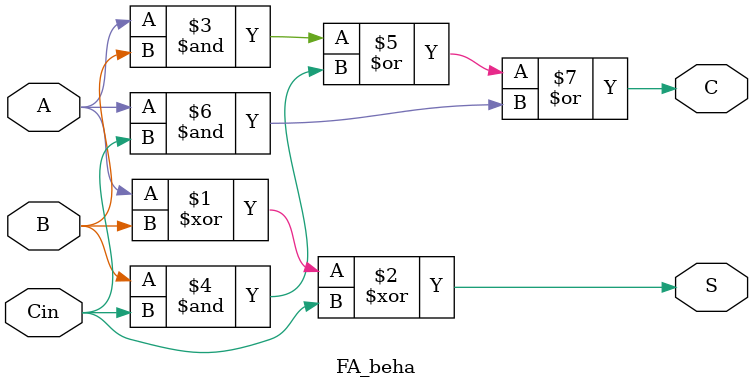
<source format=v>
module FA_beha(S, C, A, B, Cin);
input A, B, Cin;
output S, C;
assign S = A^B^Cin;
assign C = A&B | B&Cin | A&Cin;
endmodule

</source>
